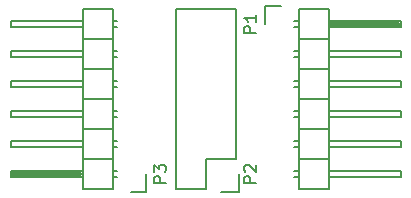
<source format=gbr>
G04 #@! TF.FileFunction,Legend,Top*
%FSLAX46Y46*%
G04 Gerber Fmt 4.6, Leading zero omitted, Abs format (unit mm)*
G04 Created by KiCad (PCBNEW 4.0.1-stable) date 12/25/2016 9:29:24 PM*
%MOMM*%
G01*
G04 APERTURE LIST*
%ADD10C,0.100000*%
%ADD11C,0.150000*%
G04 APERTURE END LIST*
D10*
D11*
X13940000Y1550000D02*
X13940000Y0D01*
X15240000Y1550000D02*
X13940000Y1550000D01*
X19431000Y127000D02*
X25273000Y127000D01*
X25273000Y127000D02*
X25273000Y-127000D01*
X25273000Y-127000D02*
X19431000Y-127000D01*
X19431000Y-127000D02*
X19431000Y0D01*
X19431000Y0D02*
X25273000Y0D01*
X16764000Y254000D02*
X16383000Y254000D01*
X16764000Y-254000D02*
X16383000Y-254000D01*
X16764000Y-2286000D02*
X16383000Y-2286000D01*
X16764000Y-2794000D02*
X16383000Y-2794000D01*
X16764000Y-4826000D02*
X16383000Y-4826000D01*
X16764000Y-5334000D02*
X16383000Y-5334000D01*
X16764000Y-12954000D02*
X16383000Y-12954000D01*
X16764000Y-12446000D02*
X16383000Y-12446000D01*
X16764000Y-10414000D02*
X16383000Y-10414000D01*
X16764000Y-9906000D02*
X16383000Y-9906000D01*
X16764000Y-7874000D02*
X16383000Y-7874000D01*
X16764000Y-7366000D02*
X16383000Y-7366000D01*
X16764000Y1270000D02*
X19304000Y1270000D01*
X16764000Y-1270000D02*
X19304000Y-1270000D01*
X16764000Y-1270000D02*
X16764000Y-3810000D01*
X16764000Y-3810000D02*
X19304000Y-3810000D01*
X19304000Y-2286000D02*
X25400000Y-2286000D01*
X25400000Y-2286000D02*
X25400000Y-2794000D01*
X25400000Y-2794000D02*
X19304000Y-2794000D01*
X19304000Y-3810000D02*
X19304000Y-1270000D01*
X19304000Y-1270000D02*
X19304000Y1270000D01*
X25400000Y-254000D02*
X19304000Y-254000D01*
X25400000Y254000D02*
X25400000Y-254000D01*
X19304000Y254000D02*
X25400000Y254000D01*
X16764000Y-1270000D02*
X19304000Y-1270000D01*
X16764000Y1270000D02*
X16764000Y-1270000D01*
X16764000Y-8890000D02*
X19304000Y-8890000D01*
X16764000Y-8890000D02*
X16764000Y-11430000D01*
X16764000Y-11430000D02*
X19304000Y-11430000D01*
X19304000Y-9906000D02*
X25400000Y-9906000D01*
X25400000Y-9906000D02*
X25400000Y-10414000D01*
X25400000Y-10414000D02*
X19304000Y-10414000D01*
X19304000Y-11430000D02*
X19304000Y-8890000D01*
X19304000Y-13970000D02*
X19304000Y-11430000D01*
X25400000Y-12954000D02*
X19304000Y-12954000D01*
X25400000Y-12446000D02*
X25400000Y-12954000D01*
X19304000Y-12446000D02*
X25400000Y-12446000D01*
X16764000Y-13970000D02*
X19304000Y-13970000D01*
X16764000Y-11430000D02*
X16764000Y-13970000D01*
X16764000Y-11430000D02*
X19304000Y-11430000D01*
X16764000Y-6350000D02*
X19304000Y-6350000D01*
X16764000Y-6350000D02*
X16764000Y-8890000D01*
X16764000Y-8890000D02*
X19304000Y-8890000D01*
X19304000Y-7366000D02*
X25400000Y-7366000D01*
X25400000Y-7366000D02*
X25400000Y-7874000D01*
X25400000Y-7874000D02*
X19304000Y-7874000D01*
X19304000Y-8890000D02*
X19304000Y-6350000D01*
X19304000Y-6350000D02*
X19304000Y-3810000D01*
X25400000Y-5334000D02*
X19304000Y-5334000D01*
X25400000Y-4826000D02*
X25400000Y-5334000D01*
X19304000Y-4826000D02*
X25400000Y-4826000D01*
X16764000Y-6350000D02*
X19304000Y-6350000D01*
X16764000Y-3810000D02*
X16764000Y-6350000D01*
X16764000Y-3810000D02*
X19304000Y-3810000D01*
X3840000Y-14250000D02*
X3840000Y-12700000D01*
X2540000Y-14250000D02*
X3840000Y-14250000D01*
X-1651000Y-12827000D02*
X-7493000Y-12827000D01*
X-7493000Y-12827000D02*
X-7493000Y-12573000D01*
X-7493000Y-12573000D02*
X-1651000Y-12573000D01*
X-1651000Y-12573000D02*
X-1651000Y-12700000D01*
X-1651000Y-12700000D02*
X-7493000Y-12700000D01*
X1016000Y-12954000D02*
X1397000Y-12954000D01*
X1016000Y-12446000D02*
X1397000Y-12446000D01*
X1016000Y-10414000D02*
X1397000Y-10414000D01*
X1016000Y-9906000D02*
X1397000Y-9906000D01*
X1016000Y-7874000D02*
X1397000Y-7874000D01*
X1016000Y-7366000D02*
X1397000Y-7366000D01*
X1016000Y254000D02*
X1397000Y254000D01*
X1016000Y-254000D02*
X1397000Y-254000D01*
X1016000Y-2286000D02*
X1397000Y-2286000D01*
X1016000Y-2794000D02*
X1397000Y-2794000D01*
X1016000Y-4826000D02*
X1397000Y-4826000D01*
X1016000Y-5334000D02*
X1397000Y-5334000D01*
X1016000Y-13970000D02*
X-1524000Y-13970000D01*
X1016000Y-11430000D02*
X-1524000Y-11430000D01*
X1016000Y-11430000D02*
X1016000Y-8890000D01*
X1016000Y-8890000D02*
X-1524000Y-8890000D01*
X-1524000Y-10414000D02*
X-7620000Y-10414000D01*
X-7620000Y-10414000D02*
X-7620000Y-9906000D01*
X-7620000Y-9906000D02*
X-1524000Y-9906000D01*
X-1524000Y-8890000D02*
X-1524000Y-11430000D01*
X-1524000Y-11430000D02*
X-1524000Y-13970000D01*
X-7620000Y-12446000D02*
X-1524000Y-12446000D01*
X-7620000Y-12954000D02*
X-7620000Y-12446000D01*
X-1524000Y-12954000D02*
X-7620000Y-12954000D01*
X1016000Y-11430000D02*
X-1524000Y-11430000D01*
X1016000Y-13970000D02*
X1016000Y-11430000D01*
X1016000Y-3810000D02*
X-1524000Y-3810000D01*
X1016000Y-3810000D02*
X1016000Y-1270000D01*
X1016000Y-1270000D02*
X-1524000Y-1270000D01*
X-1524000Y-2794000D02*
X-7620000Y-2794000D01*
X-7620000Y-2794000D02*
X-7620000Y-2286000D01*
X-7620000Y-2286000D02*
X-1524000Y-2286000D01*
X-1524000Y-1270000D02*
X-1524000Y-3810000D01*
X-1524000Y1270000D02*
X-1524000Y-1270000D01*
X-7620000Y254000D02*
X-1524000Y254000D01*
X-7620000Y-254000D02*
X-7620000Y254000D01*
X-1524000Y-254000D02*
X-7620000Y-254000D01*
X1016000Y1270000D02*
X-1524000Y1270000D01*
X1016000Y-1270000D02*
X1016000Y1270000D01*
X1016000Y-1270000D02*
X-1524000Y-1270000D01*
X1016000Y-6350000D02*
X-1524000Y-6350000D01*
X1016000Y-6350000D02*
X1016000Y-3810000D01*
X1016000Y-3810000D02*
X-1524000Y-3810000D01*
X-1524000Y-5334000D02*
X-7620000Y-5334000D01*
X-7620000Y-5334000D02*
X-7620000Y-4826000D01*
X-7620000Y-4826000D02*
X-1524000Y-4826000D01*
X-1524000Y-3810000D02*
X-1524000Y-6350000D01*
X-1524000Y-6350000D02*
X-1524000Y-8890000D01*
X-7620000Y-7366000D02*
X-1524000Y-7366000D01*
X-7620000Y-7874000D02*
X-7620000Y-7366000D01*
X-1524000Y-7874000D02*
X-7620000Y-7874000D01*
X1016000Y-6350000D02*
X-1524000Y-6350000D01*
X1016000Y-8890000D02*
X1016000Y-6350000D01*
X1016000Y-8890000D02*
X-1524000Y-8890000D01*
X6350000Y1270000D02*
X6350000Y-13970000D01*
X11430000Y-11430000D02*
X11430000Y1270000D01*
X6350000Y1270000D02*
X11430000Y1270000D01*
X6350000Y-13970000D02*
X8890000Y-13970000D01*
X10160000Y-14250000D02*
X11710000Y-14250000D01*
X8890000Y-13970000D02*
X8890000Y-11430000D01*
X8890000Y-11430000D02*
X11430000Y-11430000D01*
X11710000Y-14250000D02*
X11710000Y-12700000D01*
X13152381Y-738095D02*
X12152381Y-738095D01*
X12152381Y-357142D01*
X12200000Y-261904D01*
X12247619Y-214285D01*
X12342857Y-166666D01*
X12485714Y-166666D01*
X12580952Y-214285D01*
X12628571Y-261904D01*
X12676190Y-357142D01*
X12676190Y-738095D01*
X13152381Y785715D02*
X13152381Y214286D01*
X13152381Y500000D02*
X12152381Y500000D01*
X12295238Y404762D01*
X12390476Y309524D01*
X12438095Y214286D01*
X5532381Y-13438095D02*
X4532381Y-13438095D01*
X4532381Y-13057142D01*
X4580000Y-12961904D01*
X4627619Y-12914285D01*
X4722857Y-12866666D01*
X4865714Y-12866666D01*
X4960952Y-12914285D01*
X5008571Y-12961904D01*
X5056190Y-13057142D01*
X5056190Y-13438095D01*
X4532381Y-12533333D02*
X4532381Y-11914285D01*
X4913333Y-12247619D01*
X4913333Y-12104761D01*
X4960952Y-12009523D01*
X5008571Y-11961904D01*
X5103810Y-11914285D01*
X5341905Y-11914285D01*
X5437143Y-11961904D01*
X5484762Y-12009523D01*
X5532381Y-12104761D01*
X5532381Y-12390476D01*
X5484762Y-12485714D01*
X5437143Y-12533333D01*
X13152381Y-13438095D02*
X12152381Y-13438095D01*
X12152381Y-13057142D01*
X12200000Y-12961904D01*
X12247619Y-12914285D01*
X12342857Y-12866666D01*
X12485714Y-12866666D01*
X12580952Y-12914285D01*
X12628571Y-12961904D01*
X12676190Y-13057142D01*
X12676190Y-13438095D01*
X12247619Y-12485714D02*
X12200000Y-12438095D01*
X12152381Y-12342857D01*
X12152381Y-12104761D01*
X12200000Y-12009523D01*
X12247619Y-11961904D01*
X12342857Y-11914285D01*
X12438095Y-11914285D01*
X12580952Y-11961904D01*
X13152381Y-12533333D01*
X13152381Y-11914285D01*
M02*

</source>
